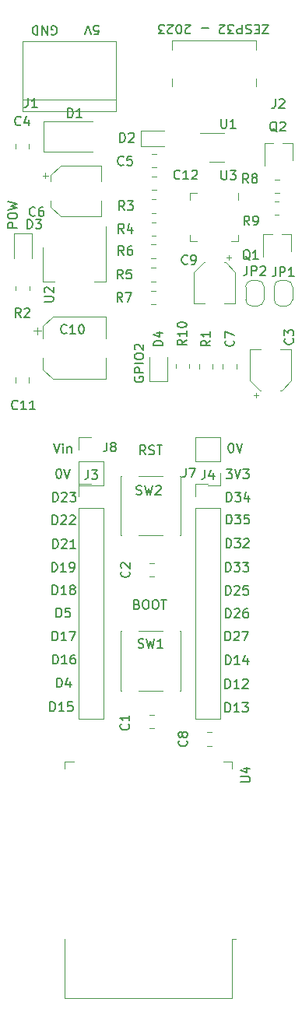
<source format=gbr>
%TF.GenerationSoftware,KiCad,Pcbnew,(6.0.11-0)*%
%TF.CreationDate,2023-10-17T10:34:42+02:00*%
%TF.ProjectId,ZESP32,5a455350-3332-42e6-9b69-6361645f7063,rev?*%
%TF.SameCoordinates,Original*%
%TF.FileFunction,Legend,Top*%
%TF.FilePolarity,Positive*%
%FSLAX46Y46*%
G04 Gerber Fmt 4.6, Leading zero omitted, Abs format (unit mm)*
G04 Created by KiCad (PCBNEW (6.0.11-0)) date 2023-10-17 10:34:42*
%MOMM*%
%LPD*%
G01*
G04 APERTURE LIST*
%ADD10C,0.150000*%
%ADD11C,0.120000*%
G04 APERTURE END LIST*
D10*
X97353380Y-89419380D02*
X97020047Y-88943190D01*
X96781952Y-89419380D02*
X96781952Y-88419380D01*
X97162904Y-88419380D01*
X97258142Y-88467000D01*
X97305761Y-88514619D01*
X97353380Y-88609857D01*
X97353380Y-88752714D01*
X97305761Y-88847952D01*
X97258142Y-88895571D01*
X97162904Y-88943190D01*
X96781952Y-88943190D01*
X97734333Y-89371761D02*
X97877190Y-89419380D01*
X98115285Y-89419380D01*
X98210523Y-89371761D01*
X98258142Y-89324142D01*
X98305761Y-89228904D01*
X98305761Y-89133666D01*
X98258142Y-89038428D01*
X98210523Y-88990809D01*
X98115285Y-88943190D01*
X97924809Y-88895571D01*
X97829571Y-88847952D01*
X97781952Y-88800333D01*
X97734333Y-88705095D01*
X97734333Y-88609857D01*
X97781952Y-88514619D01*
X97829571Y-88467000D01*
X97924809Y-88419380D01*
X98162904Y-88419380D01*
X98305761Y-88467000D01*
X98591476Y-88419380D02*
X99162904Y-88419380D01*
X98877190Y-89419380D02*
X98877190Y-88419380D01*
X96432857Y-105719571D02*
X96575714Y-105767190D01*
X96623333Y-105814809D01*
X96670952Y-105910047D01*
X96670952Y-106052904D01*
X96623333Y-106148142D01*
X96575714Y-106195761D01*
X96480476Y-106243380D01*
X96099523Y-106243380D01*
X96099523Y-105243380D01*
X96432857Y-105243380D01*
X96528095Y-105291000D01*
X96575714Y-105338619D01*
X96623333Y-105433857D01*
X96623333Y-105529095D01*
X96575714Y-105624333D01*
X96528095Y-105671952D01*
X96432857Y-105719571D01*
X96099523Y-105719571D01*
X97290000Y-105243380D02*
X97480476Y-105243380D01*
X97575714Y-105291000D01*
X97670952Y-105386238D01*
X97718571Y-105576714D01*
X97718571Y-105910047D01*
X97670952Y-106100523D01*
X97575714Y-106195761D01*
X97480476Y-106243380D01*
X97290000Y-106243380D01*
X97194761Y-106195761D01*
X97099523Y-106100523D01*
X97051904Y-105910047D01*
X97051904Y-105576714D01*
X97099523Y-105386238D01*
X97194761Y-105291000D01*
X97290000Y-105243380D01*
X98337619Y-105243380D02*
X98528095Y-105243380D01*
X98623333Y-105291000D01*
X98718571Y-105386238D01*
X98766190Y-105576714D01*
X98766190Y-105910047D01*
X98718571Y-106100523D01*
X98623333Y-106195761D01*
X98528095Y-106243380D01*
X98337619Y-106243380D01*
X98242380Y-106195761D01*
X98147142Y-106100523D01*
X98099523Y-105910047D01*
X98099523Y-105576714D01*
X98147142Y-105386238D01*
X98242380Y-105291000D01*
X98337619Y-105243380D01*
X99051904Y-105243380D02*
X99623333Y-105243380D01*
X99337619Y-106243380D02*
X99337619Y-105243380D01*
X87279314Y-112212380D02*
X87279314Y-111212380D01*
X87517409Y-111212380D01*
X87660266Y-111260000D01*
X87755504Y-111355238D01*
X87803123Y-111450476D01*
X87850742Y-111640952D01*
X87850742Y-111783809D01*
X87803123Y-111974285D01*
X87755504Y-112069523D01*
X87660266Y-112164761D01*
X87517409Y-112212380D01*
X87279314Y-112212380D01*
X88803123Y-112212380D02*
X88231695Y-112212380D01*
X88517409Y-112212380D02*
X88517409Y-111212380D01*
X88422171Y-111355238D01*
X88326933Y-111450476D01*
X88231695Y-111498095D01*
X89660266Y-111212380D02*
X89469790Y-111212380D01*
X89374552Y-111260000D01*
X89326933Y-111307619D01*
X89231695Y-111450476D01*
X89184076Y-111640952D01*
X89184076Y-112021904D01*
X89231695Y-112117142D01*
X89279314Y-112164761D01*
X89374552Y-112212380D01*
X89565028Y-112212380D01*
X89660266Y-112164761D01*
X89707885Y-112117142D01*
X89755504Y-112021904D01*
X89755504Y-111783809D01*
X89707885Y-111688571D01*
X89660266Y-111640952D01*
X89565028Y-111593333D01*
X89374552Y-111593333D01*
X89279314Y-111640952D01*
X89231695Y-111688571D01*
X89184076Y-111783809D01*
X106075314Y-112263180D02*
X106075314Y-111263180D01*
X106313409Y-111263180D01*
X106456266Y-111310800D01*
X106551504Y-111406038D01*
X106599123Y-111501276D01*
X106646742Y-111691752D01*
X106646742Y-111834609D01*
X106599123Y-112025085D01*
X106551504Y-112120323D01*
X106456266Y-112215561D01*
X106313409Y-112263180D01*
X106075314Y-112263180D01*
X107599123Y-112263180D02*
X107027695Y-112263180D01*
X107313409Y-112263180D02*
X107313409Y-111263180D01*
X107218171Y-111406038D01*
X107122933Y-111501276D01*
X107027695Y-111548895D01*
X108456266Y-111596514D02*
X108456266Y-112263180D01*
X108218171Y-111215561D02*
X107980076Y-111929847D01*
X108599123Y-111929847D01*
X106075314Y-102153980D02*
X106075314Y-101153980D01*
X106313409Y-101153980D01*
X106456266Y-101201600D01*
X106551504Y-101296838D01*
X106599123Y-101392076D01*
X106646742Y-101582552D01*
X106646742Y-101725409D01*
X106599123Y-101915885D01*
X106551504Y-102011123D01*
X106456266Y-102106361D01*
X106313409Y-102153980D01*
X106075314Y-102153980D01*
X106980076Y-101153980D02*
X107599123Y-101153980D01*
X107265790Y-101534933D01*
X107408647Y-101534933D01*
X107503885Y-101582552D01*
X107551504Y-101630171D01*
X107599123Y-101725409D01*
X107599123Y-101963504D01*
X107551504Y-102058742D01*
X107503885Y-102106361D01*
X107408647Y-102153980D01*
X107122933Y-102153980D01*
X107027695Y-102106361D01*
X106980076Y-102058742D01*
X107932457Y-101153980D02*
X108551504Y-101153980D01*
X108218171Y-101534933D01*
X108361028Y-101534933D01*
X108456266Y-101582552D01*
X108503885Y-101630171D01*
X108551504Y-101725409D01*
X108551504Y-101963504D01*
X108503885Y-102058742D01*
X108456266Y-102106361D01*
X108361028Y-102153980D01*
X108075314Y-102153980D01*
X107980076Y-102106361D01*
X107932457Y-102058742D01*
X87177714Y-102153980D02*
X87177714Y-101153980D01*
X87415809Y-101153980D01*
X87558666Y-101201600D01*
X87653904Y-101296838D01*
X87701523Y-101392076D01*
X87749142Y-101582552D01*
X87749142Y-101725409D01*
X87701523Y-101915885D01*
X87653904Y-102011123D01*
X87558666Y-102106361D01*
X87415809Y-102153980D01*
X87177714Y-102153980D01*
X88701523Y-102153980D02*
X88130095Y-102153980D01*
X88415809Y-102153980D02*
X88415809Y-101153980D01*
X88320571Y-101296838D01*
X88225333Y-101392076D01*
X88130095Y-101439695D01*
X89177714Y-102153980D02*
X89368190Y-102153980D01*
X89463428Y-102106361D01*
X89511047Y-102058742D01*
X89606285Y-101915885D01*
X89653904Y-101725409D01*
X89653904Y-101344457D01*
X89606285Y-101249219D01*
X89558666Y-101201600D01*
X89463428Y-101153980D01*
X89272952Y-101153980D01*
X89177714Y-101201600D01*
X89130095Y-101249219D01*
X89082476Y-101344457D01*
X89082476Y-101582552D01*
X89130095Y-101677790D01*
X89177714Y-101725409D01*
X89272952Y-101773028D01*
X89463428Y-101773028D01*
X89558666Y-101725409D01*
X89606285Y-101677790D01*
X89653904Y-101582552D01*
X87228514Y-97023180D02*
X87228514Y-96023180D01*
X87466609Y-96023180D01*
X87609466Y-96070800D01*
X87704704Y-96166038D01*
X87752323Y-96261276D01*
X87799942Y-96451752D01*
X87799942Y-96594609D01*
X87752323Y-96785085D01*
X87704704Y-96880323D01*
X87609466Y-96975561D01*
X87466609Y-97023180D01*
X87228514Y-97023180D01*
X88180895Y-96118419D02*
X88228514Y-96070800D01*
X88323752Y-96023180D01*
X88561847Y-96023180D01*
X88657085Y-96070800D01*
X88704704Y-96118419D01*
X88752323Y-96213657D01*
X88752323Y-96308895D01*
X88704704Y-96451752D01*
X88133276Y-97023180D01*
X88752323Y-97023180D01*
X89133276Y-96118419D02*
X89180895Y-96070800D01*
X89276133Y-96023180D01*
X89514228Y-96023180D01*
X89609466Y-96070800D01*
X89657085Y-96118419D01*
X89704704Y-96213657D01*
X89704704Y-96308895D01*
X89657085Y-96451752D01*
X89085657Y-97023180D01*
X89704704Y-97023180D01*
X87865009Y-90993980D02*
X87960247Y-90993980D01*
X88055485Y-91041600D01*
X88103104Y-91089219D01*
X88150723Y-91184457D01*
X88198342Y-91374933D01*
X88198342Y-91613028D01*
X88150723Y-91803504D01*
X88103104Y-91898742D01*
X88055485Y-91946361D01*
X87960247Y-91993980D01*
X87865009Y-91993980D01*
X87769771Y-91946361D01*
X87722152Y-91898742D01*
X87674533Y-91803504D01*
X87626914Y-91613028D01*
X87626914Y-91374933D01*
X87674533Y-91184457D01*
X87722152Y-91089219D01*
X87769771Y-91041600D01*
X87865009Y-90993980D01*
X88484057Y-90993980D02*
X88817390Y-91993980D01*
X89150723Y-90993980D01*
X87142304Y-43710400D02*
X87237542Y-43758019D01*
X87380400Y-43758019D01*
X87523257Y-43710400D01*
X87618495Y-43615161D01*
X87666114Y-43519923D01*
X87713733Y-43329447D01*
X87713733Y-43186590D01*
X87666114Y-42996114D01*
X87618495Y-42900876D01*
X87523257Y-42805638D01*
X87380400Y-42758019D01*
X87285161Y-42758019D01*
X87142304Y-42805638D01*
X87094685Y-42853257D01*
X87094685Y-43186590D01*
X87285161Y-43186590D01*
X86666114Y-42758019D02*
X86666114Y-43758019D01*
X86094685Y-42758019D01*
X86094685Y-43758019D01*
X85618495Y-42758019D02*
X85618495Y-43758019D01*
X85380400Y-43758019D01*
X85237542Y-43710400D01*
X85142304Y-43615161D01*
X85094685Y-43519923D01*
X85047066Y-43329447D01*
X85047066Y-43186590D01*
X85094685Y-42996114D01*
X85142304Y-42900876D01*
X85237542Y-42805638D01*
X85380400Y-42758019D01*
X85618495Y-42758019D01*
X87279314Y-99613980D02*
X87279314Y-98613980D01*
X87517409Y-98613980D01*
X87660266Y-98661600D01*
X87755504Y-98756838D01*
X87803123Y-98852076D01*
X87850742Y-99042552D01*
X87850742Y-99185409D01*
X87803123Y-99375885D01*
X87755504Y-99471123D01*
X87660266Y-99566361D01*
X87517409Y-99613980D01*
X87279314Y-99613980D01*
X88231695Y-98709219D02*
X88279314Y-98661600D01*
X88374552Y-98613980D01*
X88612647Y-98613980D01*
X88707885Y-98661600D01*
X88755504Y-98709219D01*
X88803123Y-98804457D01*
X88803123Y-98899695D01*
X88755504Y-99042552D01*
X88184076Y-99613980D01*
X88803123Y-99613980D01*
X89755504Y-99613980D02*
X89184076Y-99613980D01*
X89469790Y-99613980D02*
X89469790Y-98613980D01*
X89374552Y-98756838D01*
X89279314Y-98852076D01*
X89184076Y-98899695D01*
X106024514Y-117444780D02*
X106024514Y-116444780D01*
X106262609Y-116444780D01*
X106405466Y-116492400D01*
X106500704Y-116587638D01*
X106548323Y-116682876D01*
X106595942Y-116873352D01*
X106595942Y-117016209D01*
X106548323Y-117206685D01*
X106500704Y-117301923D01*
X106405466Y-117397161D01*
X106262609Y-117444780D01*
X106024514Y-117444780D01*
X107548323Y-117444780D02*
X106976895Y-117444780D01*
X107262609Y-117444780D02*
X107262609Y-116444780D01*
X107167371Y-116587638D01*
X107072133Y-116682876D01*
X106976895Y-116730495D01*
X107881657Y-116444780D02*
X108500704Y-116444780D01*
X108167371Y-116825733D01*
X108310228Y-116825733D01*
X108405466Y-116873352D01*
X108453085Y-116920971D01*
X108500704Y-117016209D01*
X108500704Y-117254304D01*
X108453085Y-117349542D01*
X108405466Y-117397161D01*
X108310228Y-117444780D01*
X108024514Y-117444780D01*
X107929276Y-117397161D01*
X107881657Y-117349542D01*
X106075314Y-104693980D02*
X106075314Y-103693980D01*
X106313409Y-103693980D01*
X106456266Y-103741600D01*
X106551504Y-103836838D01*
X106599123Y-103932076D01*
X106646742Y-104122552D01*
X106646742Y-104265409D01*
X106599123Y-104455885D01*
X106551504Y-104551123D01*
X106456266Y-104646361D01*
X106313409Y-104693980D01*
X106075314Y-104693980D01*
X107027695Y-103789219D02*
X107075314Y-103741600D01*
X107170552Y-103693980D01*
X107408647Y-103693980D01*
X107503885Y-103741600D01*
X107551504Y-103789219D01*
X107599123Y-103884457D01*
X107599123Y-103979695D01*
X107551504Y-104122552D01*
X106980076Y-104693980D01*
X107599123Y-104693980D01*
X108503885Y-103693980D02*
X108027695Y-103693980D01*
X107980076Y-104170171D01*
X108027695Y-104122552D01*
X108122933Y-104074933D01*
X108361028Y-104074933D01*
X108456266Y-104122552D01*
X108503885Y-104170171D01*
X108551504Y-104265409D01*
X108551504Y-104503504D01*
X108503885Y-104598742D01*
X108456266Y-104646361D01*
X108361028Y-104693980D01*
X108122933Y-104693980D01*
X108027695Y-104646361D01*
X107980076Y-104598742D01*
X110749600Y-43626019D02*
X110082933Y-43626019D01*
X110749600Y-42626019D01*
X110082933Y-42626019D01*
X109701980Y-43149828D02*
X109368647Y-43149828D01*
X109225790Y-42626019D02*
X109701980Y-42626019D01*
X109701980Y-43626019D01*
X109225790Y-43626019D01*
X108844838Y-42673638D02*
X108701980Y-42626019D01*
X108463885Y-42626019D01*
X108368647Y-42673638D01*
X108321028Y-42721257D01*
X108273409Y-42816495D01*
X108273409Y-42911733D01*
X108321028Y-43006971D01*
X108368647Y-43054590D01*
X108463885Y-43102209D01*
X108654361Y-43149828D01*
X108749600Y-43197447D01*
X108797219Y-43245066D01*
X108844838Y-43340304D01*
X108844838Y-43435542D01*
X108797219Y-43530780D01*
X108749600Y-43578400D01*
X108654361Y-43626019D01*
X108416266Y-43626019D01*
X108273409Y-43578400D01*
X107844838Y-42626019D02*
X107844838Y-43626019D01*
X107463885Y-43626019D01*
X107368647Y-43578400D01*
X107321028Y-43530780D01*
X107273409Y-43435542D01*
X107273409Y-43292685D01*
X107321028Y-43197447D01*
X107368647Y-43149828D01*
X107463885Y-43102209D01*
X107844838Y-43102209D01*
X106940076Y-43626019D02*
X106321028Y-43626019D01*
X106654361Y-43245066D01*
X106511504Y-43245066D01*
X106416266Y-43197447D01*
X106368647Y-43149828D01*
X106321028Y-43054590D01*
X106321028Y-42816495D01*
X106368647Y-42721257D01*
X106416266Y-42673638D01*
X106511504Y-42626019D01*
X106797219Y-42626019D01*
X106892457Y-42673638D01*
X106940076Y-42721257D01*
X105940076Y-43530780D02*
X105892457Y-43578400D01*
X105797219Y-43626019D01*
X105559123Y-43626019D01*
X105463885Y-43578400D01*
X105416266Y-43530780D01*
X105368647Y-43435542D01*
X105368647Y-43340304D01*
X105416266Y-43197447D01*
X105987695Y-42626019D01*
X105368647Y-42626019D01*
X104178171Y-43006971D02*
X103416266Y-43006971D01*
X102225790Y-43530780D02*
X102178171Y-43578400D01*
X102082933Y-43626019D01*
X101844838Y-43626019D01*
X101749600Y-43578400D01*
X101701980Y-43530780D01*
X101654361Y-43435542D01*
X101654361Y-43340304D01*
X101701980Y-43197447D01*
X102273409Y-42626019D01*
X101654361Y-42626019D01*
X101035314Y-43626019D02*
X100940076Y-43626019D01*
X100844838Y-43578400D01*
X100797219Y-43530780D01*
X100749600Y-43435542D01*
X100701980Y-43245066D01*
X100701980Y-43006971D01*
X100749600Y-42816495D01*
X100797219Y-42721257D01*
X100844838Y-42673638D01*
X100940076Y-42626019D01*
X101035314Y-42626019D01*
X101130552Y-42673638D01*
X101178171Y-42721257D01*
X101225790Y-42816495D01*
X101273409Y-43006971D01*
X101273409Y-43245066D01*
X101225790Y-43435542D01*
X101178171Y-43530780D01*
X101130552Y-43578400D01*
X101035314Y-43626019D01*
X100321028Y-43530780D02*
X100273409Y-43578400D01*
X100178171Y-43626019D01*
X99940076Y-43626019D01*
X99844838Y-43578400D01*
X99797219Y-43530780D01*
X99749600Y-43435542D01*
X99749600Y-43340304D01*
X99797219Y-43197447D01*
X100368647Y-42626019D01*
X99749600Y-42626019D01*
X99416266Y-43626019D02*
X98797219Y-43626019D01*
X99130552Y-43245066D01*
X98987695Y-43245066D01*
X98892457Y-43197447D01*
X98844838Y-43149828D01*
X98797219Y-43054590D01*
X98797219Y-42816495D01*
X98844838Y-42721257D01*
X98892457Y-42673638D01*
X98987695Y-42626019D01*
X99273409Y-42626019D01*
X99368647Y-42673638D01*
X99416266Y-42721257D01*
X106075314Y-107183180D02*
X106075314Y-106183180D01*
X106313409Y-106183180D01*
X106456266Y-106230800D01*
X106551504Y-106326038D01*
X106599123Y-106421276D01*
X106646742Y-106611752D01*
X106646742Y-106754609D01*
X106599123Y-106945085D01*
X106551504Y-107040323D01*
X106456266Y-107135561D01*
X106313409Y-107183180D01*
X106075314Y-107183180D01*
X107027695Y-106278419D02*
X107075314Y-106230800D01*
X107170552Y-106183180D01*
X107408647Y-106183180D01*
X107503885Y-106230800D01*
X107551504Y-106278419D01*
X107599123Y-106373657D01*
X107599123Y-106468895D01*
X107551504Y-106611752D01*
X106980076Y-107183180D01*
X107599123Y-107183180D01*
X108456266Y-106183180D02*
X108265790Y-106183180D01*
X108170552Y-106230800D01*
X108122933Y-106278419D01*
X108027695Y-106421276D01*
X107980076Y-106611752D01*
X107980076Y-106992704D01*
X108027695Y-107087942D01*
X108075314Y-107135561D01*
X108170552Y-107183180D01*
X108361028Y-107183180D01*
X108456266Y-107135561D01*
X108503885Y-107087942D01*
X108551504Y-106992704D01*
X108551504Y-106754609D01*
X108503885Y-106659371D01*
X108456266Y-106611752D01*
X108361028Y-106564133D01*
X108170552Y-106564133D01*
X108075314Y-106611752D01*
X108027695Y-106659371D01*
X107980076Y-106754609D01*
X106024514Y-109672380D02*
X106024514Y-108672380D01*
X106262609Y-108672380D01*
X106405466Y-108720000D01*
X106500704Y-108815238D01*
X106548323Y-108910476D01*
X106595942Y-109100952D01*
X106595942Y-109243809D01*
X106548323Y-109434285D01*
X106500704Y-109529523D01*
X106405466Y-109624761D01*
X106262609Y-109672380D01*
X106024514Y-109672380D01*
X106976895Y-108767619D02*
X107024514Y-108720000D01*
X107119752Y-108672380D01*
X107357847Y-108672380D01*
X107453085Y-108720000D01*
X107500704Y-108767619D01*
X107548323Y-108862857D01*
X107548323Y-108958095D01*
X107500704Y-109100952D01*
X106929276Y-109672380D01*
X107548323Y-109672380D01*
X107881657Y-108672380D02*
X108548323Y-108672380D01*
X108119752Y-109672380D01*
X87228514Y-104643180D02*
X87228514Y-103643180D01*
X87466609Y-103643180D01*
X87609466Y-103690800D01*
X87704704Y-103786038D01*
X87752323Y-103881276D01*
X87799942Y-104071752D01*
X87799942Y-104214609D01*
X87752323Y-104405085D01*
X87704704Y-104500323D01*
X87609466Y-104595561D01*
X87466609Y-104643180D01*
X87228514Y-104643180D01*
X88752323Y-104643180D02*
X88180895Y-104643180D01*
X88466609Y-104643180D02*
X88466609Y-103643180D01*
X88371371Y-103786038D01*
X88276133Y-103881276D01*
X88180895Y-103928895D01*
X89323752Y-104071752D02*
X89228514Y-104024133D01*
X89180895Y-103976514D01*
X89133276Y-103881276D01*
X89133276Y-103833657D01*
X89180895Y-103738419D01*
X89228514Y-103690800D01*
X89323752Y-103643180D01*
X89514228Y-103643180D01*
X89609466Y-103690800D01*
X89657085Y-103738419D01*
X89704704Y-103833657D01*
X89704704Y-103881276D01*
X89657085Y-103976514D01*
X89609466Y-104024133D01*
X89514228Y-104071752D01*
X89323752Y-104071752D01*
X89228514Y-104119371D01*
X89180895Y-104166990D01*
X89133276Y-104262228D01*
X89133276Y-104452704D01*
X89180895Y-104547942D01*
X89228514Y-104595561D01*
X89323752Y-104643180D01*
X89514228Y-104643180D01*
X89609466Y-104595561D01*
X89657085Y-104547942D01*
X89704704Y-104452704D01*
X89704704Y-104262228D01*
X89657085Y-104166990D01*
X89609466Y-104119371D01*
X89514228Y-104071752D01*
X106610209Y-88199980D02*
X106705447Y-88199980D01*
X106800685Y-88247600D01*
X106848304Y-88295219D01*
X106895923Y-88390457D01*
X106943542Y-88580933D01*
X106943542Y-88819028D01*
X106895923Y-89009504D01*
X106848304Y-89104742D01*
X106800685Y-89152361D01*
X106705447Y-89199980D01*
X106610209Y-89199980D01*
X106514971Y-89152361D01*
X106467352Y-89104742D01*
X106419733Y-89009504D01*
X106372114Y-88819028D01*
X106372114Y-88580933D01*
X106419733Y-88390457D01*
X106467352Y-88295219D01*
X106514971Y-88247600D01*
X106610209Y-88199980D01*
X107229257Y-88199980D02*
X107562590Y-89199980D01*
X107895923Y-88199980D01*
X106176914Y-94533980D02*
X106176914Y-93533980D01*
X106415009Y-93533980D01*
X106557866Y-93581600D01*
X106653104Y-93676838D01*
X106700723Y-93772076D01*
X106748342Y-93962552D01*
X106748342Y-94105409D01*
X106700723Y-94295885D01*
X106653104Y-94391123D01*
X106557866Y-94486361D01*
X106415009Y-94533980D01*
X106176914Y-94533980D01*
X107081676Y-93533980D02*
X107700723Y-93533980D01*
X107367390Y-93914933D01*
X107510247Y-93914933D01*
X107605485Y-93962552D01*
X107653104Y-94010171D01*
X107700723Y-94105409D01*
X107700723Y-94343504D01*
X107653104Y-94438742D01*
X107605485Y-94486361D01*
X107510247Y-94533980D01*
X107224533Y-94533980D01*
X107129295Y-94486361D01*
X107081676Y-94438742D01*
X108557866Y-93867314D02*
X108557866Y-94533980D01*
X108319771Y-93486361D02*
X108081676Y-94200647D01*
X108700723Y-94200647D01*
X106126114Y-99563180D02*
X106126114Y-98563180D01*
X106364209Y-98563180D01*
X106507066Y-98610800D01*
X106602304Y-98706038D01*
X106649923Y-98801276D01*
X106697542Y-98991752D01*
X106697542Y-99134609D01*
X106649923Y-99325085D01*
X106602304Y-99420323D01*
X106507066Y-99515561D01*
X106364209Y-99563180D01*
X106126114Y-99563180D01*
X107030876Y-98563180D02*
X107649923Y-98563180D01*
X107316590Y-98944133D01*
X107459447Y-98944133D01*
X107554685Y-98991752D01*
X107602304Y-99039371D01*
X107649923Y-99134609D01*
X107649923Y-99372704D01*
X107602304Y-99467942D01*
X107554685Y-99515561D01*
X107459447Y-99563180D01*
X107173733Y-99563180D01*
X107078495Y-99515561D01*
X107030876Y-99467942D01*
X108030876Y-98658419D02*
X108078495Y-98610800D01*
X108173733Y-98563180D01*
X108411828Y-98563180D01*
X108507066Y-98610800D01*
X108554685Y-98658419D01*
X108602304Y-98753657D01*
X108602304Y-98848895D01*
X108554685Y-98991752D01*
X107983257Y-99563180D01*
X108602304Y-99563180D01*
X106176914Y-96972380D02*
X106176914Y-95972380D01*
X106415009Y-95972380D01*
X106557866Y-96020000D01*
X106653104Y-96115238D01*
X106700723Y-96210476D01*
X106748342Y-96400952D01*
X106748342Y-96543809D01*
X106700723Y-96734285D01*
X106653104Y-96829523D01*
X106557866Y-96924761D01*
X106415009Y-96972380D01*
X106176914Y-96972380D01*
X107081676Y-95972380D02*
X107700723Y-95972380D01*
X107367390Y-96353333D01*
X107510247Y-96353333D01*
X107605485Y-96400952D01*
X107653104Y-96448571D01*
X107700723Y-96543809D01*
X107700723Y-96781904D01*
X107653104Y-96877142D01*
X107605485Y-96924761D01*
X107510247Y-96972380D01*
X107224533Y-96972380D01*
X107129295Y-96924761D01*
X107081676Y-96877142D01*
X108605485Y-95972380D02*
X108129295Y-95972380D01*
X108081676Y-96448571D01*
X108129295Y-96400952D01*
X108224533Y-96353333D01*
X108462628Y-96353333D01*
X108557866Y-96400952D01*
X108605485Y-96448571D01*
X108653104Y-96543809D01*
X108653104Y-96781904D01*
X108605485Y-96877142D01*
X108557866Y-96924761D01*
X108462628Y-96972380D01*
X108224533Y-96972380D01*
X108129295Y-96924761D01*
X108081676Y-96877142D01*
X96192800Y-80957790D02*
X96145180Y-81053028D01*
X96145180Y-81195885D01*
X96192800Y-81338742D01*
X96288038Y-81433980D01*
X96383276Y-81481600D01*
X96573752Y-81529219D01*
X96716609Y-81529219D01*
X96907085Y-81481600D01*
X97002323Y-81433980D01*
X97097561Y-81338742D01*
X97145180Y-81195885D01*
X97145180Y-81100647D01*
X97097561Y-80957790D01*
X97049942Y-80910171D01*
X96716609Y-80910171D01*
X96716609Y-81100647D01*
X97145180Y-80481600D02*
X96145180Y-80481600D01*
X96145180Y-80100647D01*
X96192800Y-80005409D01*
X96240419Y-79957790D01*
X96335657Y-79910171D01*
X96478514Y-79910171D01*
X96573752Y-79957790D01*
X96621371Y-80005409D01*
X96668990Y-80100647D01*
X96668990Y-80481600D01*
X97145180Y-79481600D02*
X96145180Y-79481600D01*
X96145180Y-78814933D02*
X96145180Y-78624457D01*
X96192800Y-78529219D01*
X96288038Y-78433980D01*
X96478514Y-78386361D01*
X96811847Y-78386361D01*
X97002323Y-78433980D01*
X97097561Y-78529219D01*
X97145180Y-78624457D01*
X97145180Y-78814933D01*
X97097561Y-78910171D01*
X97002323Y-79005409D01*
X96811847Y-79053028D01*
X96478514Y-79053028D01*
X96288038Y-79005409D01*
X96192800Y-78910171D01*
X96145180Y-78814933D01*
X96240419Y-78005409D02*
X96192800Y-77957790D01*
X96145180Y-77862552D01*
X96145180Y-77624457D01*
X96192800Y-77529219D01*
X96240419Y-77481600D01*
X96335657Y-77433980D01*
X96430895Y-77433980D01*
X96573752Y-77481600D01*
X97145180Y-78053028D01*
X97145180Y-77433980D01*
X87228514Y-109672380D02*
X87228514Y-108672380D01*
X87466609Y-108672380D01*
X87609466Y-108720000D01*
X87704704Y-108815238D01*
X87752323Y-108910476D01*
X87799942Y-109100952D01*
X87799942Y-109243809D01*
X87752323Y-109434285D01*
X87704704Y-109529523D01*
X87609466Y-109624761D01*
X87466609Y-109672380D01*
X87228514Y-109672380D01*
X88752323Y-109672380D02*
X88180895Y-109672380D01*
X88466609Y-109672380D02*
X88466609Y-108672380D01*
X88371371Y-108815238D01*
X88276133Y-108910476D01*
X88180895Y-108958095D01*
X89085657Y-108672380D02*
X89752323Y-108672380D01*
X89323752Y-109672380D01*
X106153104Y-91044780D02*
X106772152Y-91044780D01*
X106438819Y-91425733D01*
X106581676Y-91425733D01*
X106676914Y-91473352D01*
X106724533Y-91520971D01*
X106772152Y-91616209D01*
X106772152Y-91854304D01*
X106724533Y-91949542D01*
X106676914Y-91997161D01*
X106581676Y-92044780D01*
X106295961Y-92044780D01*
X106200723Y-91997161D01*
X106153104Y-91949542D01*
X107057866Y-91044780D02*
X107391200Y-92044780D01*
X107724533Y-91044780D01*
X107962628Y-91044780D02*
X108581676Y-91044780D01*
X108248342Y-91425733D01*
X108391200Y-91425733D01*
X108486438Y-91473352D01*
X108534057Y-91520971D01*
X108581676Y-91616209D01*
X108581676Y-91854304D01*
X108534057Y-91949542D01*
X108486438Y-91997161D01*
X108391200Y-92044780D01*
X108105485Y-92044780D01*
X108010247Y-91997161D01*
X107962628Y-91949542D01*
X87653904Y-107132380D02*
X87653904Y-106132380D01*
X87892000Y-106132380D01*
X88034857Y-106180000D01*
X88130095Y-106275238D01*
X88177714Y-106370476D01*
X88225333Y-106560952D01*
X88225333Y-106703809D01*
X88177714Y-106894285D01*
X88130095Y-106989523D01*
X88034857Y-107084761D01*
X87892000Y-107132380D01*
X87653904Y-107132380D01*
X89130095Y-106132380D02*
X88653904Y-106132380D01*
X88606285Y-106608571D01*
X88653904Y-106560952D01*
X88749142Y-106513333D01*
X88987238Y-106513333D01*
X89082476Y-106560952D01*
X89130095Y-106608571D01*
X89177714Y-106703809D01*
X89177714Y-106941904D01*
X89130095Y-107037142D01*
X89082476Y-107084761D01*
X88987238Y-107132380D01*
X88749142Y-107132380D01*
X88653904Y-107084761D01*
X88606285Y-107037142D01*
X87368190Y-88250780D02*
X87701523Y-89250780D01*
X88034857Y-88250780D01*
X88368190Y-89250780D02*
X88368190Y-88584114D01*
X88368190Y-88250780D02*
X88320571Y-88298400D01*
X88368190Y-88346019D01*
X88415809Y-88298400D01*
X88368190Y-88250780D01*
X88368190Y-88346019D01*
X88844380Y-88584114D02*
X88844380Y-89250780D01*
X88844380Y-88679352D02*
X88892000Y-88631733D01*
X88987238Y-88584114D01*
X89130095Y-88584114D01*
X89225333Y-88631733D01*
X89272952Y-88726971D01*
X89272952Y-89250780D01*
X91752476Y-43707219D02*
X92228666Y-43707219D01*
X92276285Y-43231028D01*
X92228666Y-43278647D01*
X92133428Y-43326266D01*
X91895333Y-43326266D01*
X91800095Y-43278647D01*
X91752476Y-43231028D01*
X91704857Y-43135790D01*
X91704857Y-42897695D01*
X91752476Y-42802457D01*
X91800095Y-42754838D01*
X91895333Y-42707219D01*
X92133428Y-42707219D01*
X92228666Y-42754838D01*
X92276285Y-42802457D01*
X91419142Y-43707219D02*
X91085809Y-42707219D01*
X90752476Y-43707219D01*
X87279314Y-94533980D02*
X87279314Y-93533980D01*
X87517409Y-93533980D01*
X87660266Y-93581600D01*
X87755504Y-93676838D01*
X87803123Y-93772076D01*
X87850742Y-93962552D01*
X87850742Y-94105409D01*
X87803123Y-94295885D01*
X87755504Y-94391123D01*
X87660266Y-94486361D01*
X87517409Y-94533980D01*
X87279314Y-94533980D01*
X88231695Y-93629219D02*
X88279314Y-93581600D01*
X88374552Y-93533980D01*
X88612647Y-93533980D01*
X88707885Y-93581600D01*
X88755504Y-93629219D01*
X88803123Y-93724457D01*
X88803123Y-93819695D01*
X88755504Y-93962552D01*
X88184076Y-94533980D01*
X88803123Y-94533980D01*
X89136457Y-93533980D02*
X89755504Y-93533980D01*
X89422171Y-93914933D01*
X89565028Y-93914933D01*
X89660266Y-93962552D01*
X89707885Y-94010171D01*
X89755504Y-94105409D01*
X89755504Y-94343504D01*
X89707885Y-94438742D01*
X89660266Y-94486361D01*
X89565028Y-94533980D01*
X89279314Y-94533980D01*
X89184076Y-94486361D01*
X89136457Y-94438742D01*
X83383380Y-64730142D02*
X82383380Y-64730142D01*
X82383380Y-64349190D01*
X82431000Y-64253952D01*
X82478619Y-64206333D01*
X82573857Y-64158714D01*
X82716714Y-64158714D01*
X82811952Y-64206333D01*
X82859571Y-64253952D01*
X82907190Y-64349190D01*
X82907190Y-64730142D01*
X82383380Y-63539666D02*
X82383380Y-63349190D01*
X82431000Y-63253952D01*
X82526238Y-63158714D01*
X82716714Y-63111095D01*
X83050047Y-63111095D01*
X83240523Y-63158714D01*
X83335761Y-63253952D01*
X83383380Y-63349190D01*
X83383380Y-63539666D01*
X83335761Y-63634904D01*
X83240523Y-63730142D01*
X83050047Y-63777761D01*
X82716714Y-63777761D01*
X82526238Y-63730142D01*
X82431000Y-63634904D01*
X82383380Y-63539666D01*
X82383380Y-62777761D02*
X83383380Y-62539666D01*
X82669095Y-62349190D01*
X83383380Y-62158714D01*
X82383380Y-61920619D01*
X106024514Y-114853980D02*
X106024514Y-113853980D01*
X106262609Y-113853980D01*
X106405466Y-113901600D01*
X106500704Y-113996838D01*
X106548323Y-114092076D01*
X106595942Y-114282552D01*
X106595942Y-114425409D01*
X106548323Y-114615885D01*
X106500704Y-114711123D01*
X106405466Y-114806361D01*
X106262609Y-114853980D01*
X106024514Y-114853980D01*
X107548323Y-114853980D02*
X106976895Y-114853980D01*
X107262609Y-114853980D02*
X107262609Y-113853980D01*
X107167371Y-113996838D01*
X107072133Y-114092076D01*
X106976895Y-114139695D01*
X107929276Y-113949219D02*
X107976895Y-113901600D01*
X108072133Y-113853980D01*
X108310228Y-113853980D01*
X108405466Y-113901600D01*
X108453085Y-113949219D01*
X108500704Y-114044457D01*
X108500704Y-114139695D01*
X108453085Y-114282552D01*
X107881657Y-114853980D01*
X108500704Y-114853980D01*
X87704704Y-114752380D02*
X87704704Y-113752380D01*
X87942800Y-113752380D01*
X88085657Y-113800000D01*
X88180895Y-113895238D01*
X88228514Y-113990476D01*
X88276133Y-114180952D01*
X88276133Y-114323809D01*
X88228514Y-114514285D01*
X88180895Y-114609523D01*
X88085657Y-114704761D01*
X87942800Y-114752380D01*
X87704704Y-114752380D01*
X89133276Y-114085714D02*
X89133276Y-114752380D01*
X88895180Y-113704761D02*
X88657085Y-114419047D01*
X89276133Y-114419047D01*
X86974514Y-117343180D02*
X86974514Y-116343180D01*
X87212609Y-116343180D01*
X87355466Y-116390800D01*
X87450704Y-116486038D01*
X87498323Y-116581276D01*
X87545942Y-116771752D01*
X87545942Y-116914609D01*
X87498323Y-117105085D01*
X87450704Y-117200323D01*
X87355466Y-117295561D01*
X87212609Y-117343180D01*
X86974514Y-117343180D01*
X88498323Y-117343180D02*
X87926895Y-117343180D01*
X88212609Y-117343180D02*
X88212609Y-116343180D01*
X88117371Y-116486038D01*
X88022133Y-116581276D01*
X87926895Y-116628895D01*
X89403085Y-116343180D02*
X88926895Y-116343180D01*
X88879276Y-116819371D01*
X88926895Y-116771752D01*
X89022133Y-116724133D01*
X89260228Y-116724133D01*
X89355466Y-116771752D01*
X89403085Y-116819371D01*
X89450704Y-116914609D01*
X89450704Y-117152704D01*
X89403085Y-117247942D01*
X89355466Y-117295561D01*
X89260228Y-117343180D01*
X89022133Y-117343180D01*
X88926895Y-117295561D01*
X88879276Y-117247942D01*
%TO.C,J8*%
X93138666Y-88098380D02*
X93138666Y-88812666D01*
X93091047Y-88955523D01*
X92995809Y-89050761D01*
X92852952Y-89098380D01*
X92757714Y-89098380D01*
X93757714Y-88526952D02*
X93662476Y-88479333D01*
X93614857Y-88431714D01*
X93567238Y-88336476D01*
X93567238Y-88288857D01*
X93614857Y-88193619D01*
X93662476Y-88146000D01*
X93757714Y-88098380D01*
X93948190Y-88098380D01*
X94043428Y-88146000D01*
X94091047Y-88193619D01*
X94138666Y-88288857D01*
X94138666Y-88336476D01*
X94091047Y-88431714D01*
X94043428Y-88479333D01*
X93948190Y-88526952D01*
X93757714Y-88526952D01*
X93662476Y-88574571D01*
X93614857Y-88622190D01*
X93567238Y-88717428D01*
X93567238Y-88907904D01*
X93614857Y-89003142D01*
X93662476Y-89050761D01*
X93757714Y-89098380D01*
X93948190Y-89098380D01*
X94043428Y-89050761D01*
X94091047Y-89003142D01*
X94138666Y-88907904D01*
X94138666Y-88717428D01*
X94091047Y-88622190D01*
X94043428Y-88574571D01*
X93948190Y-88526952D01*
%TO.C,SW1*%
X96567666Y-110412161D02*
X96710523Y-110459780D01*
X96948619Y-110459780D01*
X97043857Y-110412161D01*
X97091476Y-110364542D01*
X97139095Y-110269304D01*
X97139095Y-110174066D01*
X97091476Y-110078828D01*
X97043857Y-110031209D01*
X96948619Y-109983590D01*
X96758142Y-109935971D01*
X96662904Y-109888352D01*
X96615285Y-109840733D01*
X96567666Y-109745495D01*
X96567666Y-109650257D01*
X96615285Y-109555019D01*
X96662904Y-109507400D01*
X96758142Y-109459780D01*
X96996238Y-109459780D01*
X97139095Y-109507400D01*
X97472428Y-109459780D02*
X97710523Y-110459780D01*
X97901000Y-109745495D01*
X98091476Y-110459780D01*
X98329571Y-109459780D01*
X99234333Y-110459780D02*
X98662904Y-110459780D01*
X98948619Y-110459780D02*
X98948619Y-109459780D01*
X98853380Y-109602638D01*
X98758142Y-109697876D01*
X98662904Y-109745495D01*
%TO.C,JP2*%
X108407066Y-68926380D02*
X108407066Y-69640666D01*
X108359447Y-69783523D01*
X108264209Y-69878761D01*
X108121352Y-69926380D01*
X108026114Y-69926380D01*
X108883257Y-69926380D02*
X108883257Y-68926380D01*
X109264209Y-68926380D01*
X109359447Y-68974000D01*
X109407066Y-69021619D01*
X109454685Y-69116857D01*
X109454685Y-69259714D01*
X109407066Y-69354952D01*
X109359447Y-69402571D01*
X109264209Y-69450190D01*
X108883257Y-69450190D01*
X109835638Y-69021619D02*
X109883257Y-68974000D01*
X109978495Y-68926380D01*
X110216590Y-68926380D01*
X110311828Y-68974000D01*
X110359447Y-69021619D01*
X110407066Y-69116857D01*
X110407066Y-69212095D01*
X110359447Y-69354952D01*
X109788019Y-69926380D01*
X110407066Y-69926380D01*
%TO.C,Q1*%
X108718361Y-68264019D02*
X108623123Y-68216400D01*
X108527885Y-68121161D01*
X108385028Y-67978304D01*
X108289790Y-67930685D01*
X108194552Y-67930685D01*
X108242171Y-68168780D02*
X108146933Y-68121161D01*
X108051695Y-68025923D01*
X108004076Y-67835447D01*
X108004076Y-67502114D01*
X108051695Y-67311638D01*
X108146933Y-67216400D01*
X108242171Y-67168780D01*
X108432647Y-67168780D01*
X108527885Y-67216400D01*
X108623123Y-67311638D01*
X108670742Y-67502114D01*
X108670742Y-67835447D01*
X108623123Y-68025923D01*
X108527885Y-68121161D01*
X108432647Y-68168780D01*
X108242171Y-68168780D01*
X109623123Y-68168780D02*
X109051695Y-68168780D01*
X109337409Y-68168780D02*
X109337409Y-67168780D01*
X109242171Y-67311638D01*
X109146933Y-67406876D01*
X109051695Y-67454495D01*
%TO.C,C9*%
X101910933Y-68611942D02*
X101863314Y-68659561D01*
X101720457Y-68707180D01*
X101625219Y-68707180D01*
X101482361Y-68659561D01*
X101387123Y-68564323D01*
X101339504Y-68469085D01*
X101291885Y-68278609D01*
X101291885Y-68135752D01*
X101339504Y-67945276D01*
X101387123Y-67850038D01*
X101482361Y-67754800D01*
X101625219Y-67707180D01*
X101720457Y-67707180D01*
X101863314Y-67754800D01*
X101910933Y-67802419D01*
X102387123Y-68707180D02*
X102577600Y-68707180D01*
X102672838Y-68659561D01*
X102720457Y-68611942D01*
X102815695Y-68469085D01*
X102863314Y-68278609D01*
X102863314Y-67897657D01*
X102815695Y-67802419D01*
X102768076Y-67754800D01*
X102672838Y-67707180D01*
X102482361Y-67707180D01*
X102387123Y-67754800D01*
X102339504Y-67802419D01*
X102291885Y-67897657D01*
X102291885Y-68135752D01*
X102339504Y-68230990D01*
X102387123Y-68278609D01*
X102482361Y-68326228D01*
X102672838Y-68326228D01*
X102768076Y-68278609D01*
X102815695Y-68230990D01*
X102863314Y-68135752D01*
%TO.C,R8*%
X108545333Y-59862980D02*
X108212000Y-59386790D01*
X107973904Y-59862980D02*
X107973904Y-58862980D01*
X108354857Y-58862980D01*
X108450095Y-58910600D01*
X108497714Y-58958219D01*
X108545333Y-59053457D01*
X108545333Y-59196314D01*
X108497714Y-59291552D01*
X108450095Y-59339171D01*
X108354857Y-59386790D01*
X107973904Y-59386790D01*
X109116761Y-59291552D02*
X109021523Y-59243933D01*
X108973904Y-59196314D01*
X108926285Y-59101076D01*
X108926285Y-59053457D01*
X108973904Y-58958219D01*
X109021523Y-58910600D01*
X109116761Y-58862980D01*
X109307238Y-58862980D01*
X109402476Y-58910600D01*
X109450095Y-58958219D01*
X109497714Y-59053457D01*
X109497714Y-59101076D01*
X109450095Y-59196314D01*
X109402476Y-59243933D01*
X109307238Y-59291552D01*
X109116761Y-59291552D01*
X109021523Y-59339171D01*
X108973904Y-59386790D01*
X108926285Y-59482028D01*
X108926285Y-59672504D01*
X108973904Y-59767742D01*
X109021523Y-59815361D01*
X109116761Y-59862980D01*
X109307238Y-59862980D01*
X109402476Y-59815361D01*
X109450095Y-59767742D01*
X109497714Y-59672504D01*
X109497714Y-59482028D01*
X109450095Y-59386790D01*
X109402476Y-59339171D01*
X109307238Y-59291552D01*
%TO.C,C3*%
X113356742Y-76803466D02*
X113404361Y-76851085D01*
X113451980Y-76993942D01*
X113451980Y-77089180D01*
X113404361Y-77232038D01*
X113309123Y-77327276D01*
X113213885Y-77374895D01*
X113023409Y-77422514D01*
X112880552Y-77422514D01*
X112690076Y-77374895D01*
X112594838Y-77327276D01*
X112499600Y-77232038D01*
X112451980Y-77089180D01*
X112451980Y-76993942D01*
X112499600Y-76851085D01*
X112547219Y-76803466D01*
X112451980Y-76470133D02*
X112451980Y-75851085D01*
X112832933Y-76184419D01*
X112832933Y-76041561D01*
X112880552Y-75946323D01*
X112928171Y-75898704D01*
X113023409Y-75851085D01*
X113261504Y-75851085D01*
X113356742Y-75898704D01*
X113404361Y-75946323D01*
X113451980Y-76041561D01*
X113451980Y-76327276D01*
X113404361Y-76422514D01*
X113356742Y-76470133D01*
%TO.C,C12*%
X101079142Y-59366342D02*
X101031523Y-59413961D01*
X100888666Y-59461580D01*
X100793428Y-59461580D01*
X100650571Y-59413961D01*
X100555333Y-59318723D01*
X100507714Y-59223485D01*
X100460095Y-59033009D01*
X100460095Y-58890152D01*
X100507714Y-58699676D01*
X100555333Y-58604438D01*
X100650571Y-58509200D01*
X100793428Y-58461580D01*
X100888666Y-58461580D01*
X101031523Y-58509200D01*
X101079142Y-58556819D01*
X102031523Y-59461580D02*
X101460095Y-59461580D01*
X101745809Y-59461580D02*
X101745809Y-58461580D01*
X101650571Y-58604438D01*
X101555333Y-58699676D01*
X101460095Y-58747295D01*
X102412476Y-58556819D02*
X102460095Y-58509200D01*
X102555333Y-58461580D01*
X102793428Y-58461580D01*
X102888666Y-58509200D01*
X102936285Y-58556819D01*
X102983904Y-58652057D01*
X102983904Y-58747295D01*
X102936285Y-58890152D01*
X102364857Y-59461580D01*
X102983904Y-59461580D01*
%TO.C,R4*%
X95002133Y-65319580D02*
X94668800Y-64843390D01*
X94430704Y-65319580D02*
X94430704Y-64319580D01*
X94811657Y-64319580D01*
X94906895Y-64367200D01*
X94954514Y-64414819D01*
X95002133Y-64510057D01*
X95002133Y-64652914D01*
X94954514Y-64748152D01*
X94906895Y-64795771D01*
X94811657Y-64843390D01*
X94430704Y-64843390D01*
X95859276Y-64652914D02*
X95859276Y-65319580D01*
X95621180Y-64271961D02*
X95383085Y-64986247D01*
X96002133Y-64986247D01*
%TO.C,U1*%
X105582895Y-52889580D02*
X105582895Y-53699104D01*
X105630514Y-53794342D01*
X105678133Y-53841961D01*
X105773371Y-53889580D01*
X105963847Y-53889580D01*
X106059085Y-53841961D01*
X106106704Y-53794342D01*
X106154323Y-53699104D01*
X106154323Y-52889580D01*
X107154323Y-53889580D02*
X106582895Y-53889580D01*
X106868609Y-53889580D02*
X106868609Y-52889580D01*
X106773371Y-53032438D01*
X106678133Y-53127676D01*
X106582895Y-53175295D01*
%TO.C,J3*%
X91106666Y-91102380D02*
X91106666Y-91816666D01*
X91059047Y-91959523D01*
X90963809Y-92054761D01*
X90820952Y-92102380D01*
X90725714Y-92102380D01*
X91487619Y-91102380D02*
X92106666Y-91102380D01*
X91773333Y-91483333D01*
X91916190Y-91483333D01*
X92011428Y-91530952D01*
X92059047Y-91578571D01*
X92106666Y-91673809D01*
X92106666Y-91911904D01*
X92059047Y-92007142D01*
X92011428Y-92054761D01*
X91916190Y-92102380D01*
X91630476Y-92102380D01*
X91535238Y-92054761D01*
X91487619Y-92007142D01*
%TO.C,U4*%
X107725380Y-125046904D02*
X108534904Y-125046904D01*
X108630142Y-124999285D01*
X108677761Y-124951666D01*
X108725380Y-124856428D01*
X108725380Y-124665952D01*
X108677761Y-124570714D01*
X108630142Y-124523095D01*
X108534904Y-124475476D01*
X107725380Y-124475476D01*
X108058714Y-123570714D02*
X108725380Y-123570714D01*
X107677761Y-123808809D02*
X108392047Y-124046904D01*
X108392047Y-123427857D01*
%TO.C,C7*%
X106905142Y-77006666D02*
X106952761Y-77054285D01*
X107000380Y-77197142D01*
X107000380Y-77292380D01*
X106952761Y-77435238D01*
X106857523Y-77530476D01*
X106762285Y-77578095D01*
X106571809Y-77625714D01*
X106428952Y-77625714D01*
X106238476Y-77578095D01*
X106143238Y-77530476D01*
X106048000Y-77435238D01*
X106000380Y-77292380D01*
X106000380Y-77197142D01*
X106048000Y-77054285D01*
X106095619Y-77006666D01*
X106000380Y-76673333D02*
X106000380Y-76006666D01*
X107000380Y-76435238D01*
%TO.C,J7*%
X101723866Y-90892380D02*
X101723866Y-91606666D01*
X101676247Y-91749523D01*
X101581009Y-91844761D01*
X101438152Y-91892380D01*
X101342914Y-91892380D01*
X102104819Y-90892380D02*
X102771485Y-90892380D01*
X102342914Y-91892380D01*
%TO.C,C1*%
X95505542Y-118759266D02*
X95553161Y-118806885D01*
X95600780Y-118949742D01*
X95600780Y-119044980D01*
X95553161Y-119187838D01*
X95457923Y-119283076D01*
X95362685Y-119330695D01*
X95172209Y-119378314D01*
X95029352Y-119378314D01*
X94838876Y-119330695D01*
X94743638Y-119283076D01*
X94648400Y-119187838D01*
X94600780Y-119044980D01*
X94600780Y-118949742D01*
X94648400Y-118806885D01*
X94696019Y-118759266D01*
X95600780Y-117806885D02*
X95600780Y-118378314D01*
X95600780Y-118092600D02*
X94600780Y-118092600D01*
X94743638Y-118187838D01*
X94838876Y-118283076D01*
X94886495Y-118378314D01*
%TO.C,J2*%
X111472466Y-50730580D02*
X111472466Y-51444866D01*
X111424847Y-51587723D01*
X111329609Y-51682961D01*
X111186752Y-51730580D01*
X111091514Y-51730580D01*
X111901038Y-50825819D02*
X111948657Y-50778200D01*
X112043895Y-50730580D01*
X112281990Y-50730580D01*
X112377228Y-50778200D01*
X112424847Y-50825819D01*
X112472466Y-50921057D01*
X112472466Y-51016295D01*
X112424847Y-51159152D01*
X111853419Y-51730580D01*
X112472466Y-51730580D01*
%TO.C,C10*%
X88765142Y-76176142D02*
X88717523Y-76223761D01*
X88574666Y-76271380D01*
X88479428Y-76271380D01*
X88336571Y-76223761D01*
X88241333Y-76128523D01*
X88193714Y-76033285D01*
X88146095Y-75842809D01*
X88146095Y-75699952D01*
X88193714Y-75509476D01*
X88241333Y-75414238D01*
X88336571Y-75319000D01*
X88479428Y-75271380D01*
X88574666Y-75271380D01*
X88717523Y-75319000D01*
X88765142Y-75366619D01*
X89717523Y-76271380D02*
X89146095Y-76271380D01*
X89431809Y-76271380D02*
X89431809Y-75271380D01*
X89336571Y-75414238D01*
X89241333Y-75509476D01*
X89146095Y-75557095D01*
X90336571Y-75271380D02*
X90431809Y-75271380D01*
X90527047Y-75319000D01*
X90574666Y-75366619D01*
X90622285Y-75461857D01*
X90669904Y-75652333D01*
X90669904Y-75890428D01*
X90622285Y-76080904D01*
X90574666Y-76176142D01*
X90527047Y-76223761D01*
X90431809Y-76271380D01*
X90336571Y-76271380D01*
X90241333Y-76223761D01*
X90193714Y-76176142D01*
X90146095Y-76080904D01*
X90098476Y-75890428D01*
X90098476Y-75652333D01*
X90146095Y-75461857D01*
X90193714Y-75366619D01*
X90241333Y-75319000D01*
X90336571Y-75271380D01*
%TO.C,R2*%
X83780333Y-74493380D02*
X83447000Y-74017190D01*
X83208904Y-74493380D02*
X83208904Y-73493380D01*
X83589857Y-73493380D01*
X83685095Y-73541000D01*
X83732714Y-73588619D01*
X83780333Y-73683857D01*
X83780333Y-73826714D01*
X83732714Y-73921952D01*
X83685095Y-73969571D01*
X83589857Y-74017190D01*
X83208904Y-74017190D01*
X84161285Y-73588619D02*
X84208904Y-73541000D01*
X84304142Y-73493380D01*
X84542238Y-73493380D01*
X84637476Y-73541000D01*
X84685095Y-73588619D01*
X84732714Y-73683857D01*
X84732714Y-73779095D01*
X84685095Y-73921952D01*
X84113666Y-74493380D01*
X84732714Y-74493380D01*
%TO.C,C8*%
X101830142Y-120562666D02*
X101877761Y-120610285D01*
X101925380Y-120753142D01*
X101925380Y-120848380D01*
X101877761Y-120991238D01*
X101782523Y-121086476D01*
X101687285Y-121134095D01*
X101496809Y-121181714D01*
X101353952Y-121181714D01*
X101163476Y-121134095D01*
X101068238Y-121086476D01*
X100973000Y-120991238D01*
X100925380Y-120848380D01*
X100925380Y-120753142D01*
X100973000Y-120610285D01*
X101020619Y-120562666D01*
X101353952Y-119991238D02*
X101306333Y-120086476D01*
X101258714Y-120134095D01*
X101163476Y-120181714D01*
X101115857Y-120181714D01*
X101020619Y-120134095D01*
X100973000Y-120086476D01*
X100925380Y-119991238D01*
X100925380Y-119800761D01*
X100973000Y-119705523D01*
X101020619Y-119657904D01*
X101115857Y-119610285D01*
X101163476Y-119610285D01*
X101258714Y-119657904D01*
X101306333Y-119705523D01*
X101353952Y-119800761D01*
X101353952Y-119991238D01*
X101401571Y-120086476D01*
X101449190Y-120134095D01*
X101544428Y-120181714D01*
X101734904Y-120181714D01*
X101830142Y-120134095D01*
X101877761Y-120086476D01*
X101925380Y-119991238D01*
X101925380Y-119800761D01*
X101877761Y-119705523D01*
X101830142Y-119657904D01*
X101734904Y-119610285D01*
X101544428Y-119610285D01*
X101449190Y-119657904D01*
X101401571Y-119705523D01*
X101353952Y-119800761D01*
%TO.C,R6*%
X95002133Y-67707180D02*
X94668800Y-67230990D01*
X94430704Y-67707180D02*
X94430704Y-66707180D01*
X94811657Y-66707180D01*
X94906895Y-66754800D01*
X94954514Y-66802419D01*
X95002133Y-66897657D01*
X95002133Y-67040514D01*
X94954514Y-67135752D01*
X94906895Y-67183371D01*
X94811657Y-67230990D01*
X94430704Y-67230990D01*
X95859276Y-66707180D02*
X95668800Y-66707180D01*
X95573561Y-66754800D01*
X95525942Y-66802419D01*
X95430704Y-66945276D01*
X95383085Y-67135752D01*
X95383085Y-67516704D01*
X95430704Y-67611942D01*
X95478323Y-67659561D01*
X95573561Y-67707180D01*
X95764038Y-67707180D01*
X95859276Y-67659561D01*
X95906895Y-67611942D01*
X95954514Y-67516704D01*
X95954514Y-67278609D01*
X95906895Y-67183371D01*
X95859276Y-67135752D01*
X95764038Y-67088133D01*
X95573561Y-67088133D01*
X95478323Y-67135752D01*
X95430704Y-67183371D01*
X95383085Y-67278609D01*
%TO.C,R1*%
X104409580Y-77006666D02*
X103933390Y-77340000D01*
X104409580Y-77578095D02*
X103409580Y-77578095D01*
X103409580Y-77197142D01*
X103457200Y-77101904D01*
X103504819Y-77054285D01*
X103600057Y-77006666D01*
X103742914Y-77006666D01*
X103838152Y-77054285D01*
X103885771Y-77101904D01*
X103933390Y-77197142D01*
X103933390Y-77578095D01*
X104409580Y-76054285D02*
X104409580Y-76625714D01*
X104409580Y-76340000D02*
X103409580Y-76340000D01*
X103552438Y-76435238D01*
X103647676Y-76530476D01*
X103695295Y-76625714D01*
%TO.C,D3*%
X84478904Y-64841380D02*
X84478904Y-63841380D01*
X84717000Y-63841380D01*
X84859857Y-63889000D01*
X84955095Y-63984238D01*
X85002714Y-64079476D01*
X85050333Y-64269952D01*
X85050333Y-64412809D01*
X85002714Y-64603285D01*
X84955095Y-64698523D01*
X84859857Y-64793761D01*
X84717000Y-64841380D01*
X84478904Y-64841380D01*
X85383666Y-63841380D02*
X86002714Y-63841380D01*
X85669380Y-64222333D01*
X85812238Y-64222333D01*
X85907476Y-64269952D01*
X85955095Y-64317571D01*
X86002714Y-64412809D01*
X86002714Y-64650904D01*
X85955095Y-64746142D01*
X85907476Y-64793761D01*
X85812238Y-64841380D01*
X85526523Y-64841380D01*
X85431285Y-64793761D01*
X85383666Y-64746142D01*
%TO.C,R7*%
X94849733Y-72787180D02*
X94516400Y-72310990D01*
X94278304Y-72787180D02*
X94278304Y-71787180D01*
X94659257Y-71787180D01*
X94754495Y-71834800D01*
X94802114Y-71882419D01*
X94849733Y-71977657D01*
X94849733Y-72120514D01*
X94802114Y-72215752D01*
X94754495Y-72263371D01*
X94659257Y-72310990D01*
X94278304Y-72310990D01*
X95183066Y-71787180D02*
X95849733Y-71787180D01*
X95421161Y-72787180D01*
%TO.C,R3*%
X95052933Y-62830380D02*
X94719600Y-62354190D01*
X94481504Y-62830380D02*
X94481504Y-61830380D01*
X94862457Y-61830380D01*
X94957695Y-61878000D01*
X95005314Y-61925619D01*
X95052933Y-62020857D01*
X95052933Y-62163714D01*
X95005314Y-62258952D01*
X94957695Y-62306571D01*
X94862457Y-62354190D01*
X94481504Y-62354190D01*
X95386266Y-61830380D02*
X96005314Y-61830380D01*
X95671980Y-62211333D01*
X95814838Y-62211333D01*
X95910076Y-62258952D01*
X95957695Y-62306571D01*
X96005314Y-62401809D01*
X96005314Y-62639904D01*
X95957695Y-62735142D01*
X95910076Y-62782761D01*
X95814838Y-62830380D01*
X95529123Y-62830380D01*
X95433885Y-62782761D01*
X95386266Y-62735142D01*
%TO.C,J1*%
X84573866Y-50638380D02*
X84573866Y-51352666D01*
X84526247Y-51495523D01*
X84431009Y-51590761D01*
X84288152Y-51638380D01*
X84192914Y-51638380D01*
X85573866Y-51638380D02*
X85002438Y-51638380D01*
X85288152Y-51638380D02*
X85288152Y-50638380D01*
X85192914Y-50781238D01*
X85097676Y-50876476D01*
X85002438Y-50924095D01*
%TO.C,R9*%
X108646933Y-64460380D02*
X108313600Y-63984190D01*
X108075504Y-64460380D02*
X108075504Y-63460380D01*
X108456457Y-63460380D01*
X108551695Y-63508000D01*
X108599314Y-63555619D01*
X108646933Y-63650857D01*
X108646933Y-63793714D01*
X108599314Y-63888952D01*
X108551695Y-63936571D01*
X108456457Y-63984190D01*
X108075504Y-63984190D01*
X109123123Y-64460380D02*
X109313600Y-64460380D01*
X109408838Y-64412761D01*
X109456457Y-64365142D01*
X109551695Y-64222285D01*
X109599314Y-64031809D01*
X109599314Y-63650857D01*
X109551695Y-63555619D01*
X109504076Y-63508000D01*
X109408838Y-63460380D01*
X109218361Y-63460380D01*
X109123123Y-63508000D01*
X109075504Y-63555619D01*
X109027885Y-63650857D01*
X109027885Y-63888952D01*
X109075504Y-63984190D01*
X109123123Y-64031809D01*
X109218361Y-64079428D01*
X109408838Y-64079428D01*
X109504076Y-64031809D01*
X109551695Y-63984190D01*
X109599314Y-63888952D01*
%TO.C,U3*%
X105613295Y-58507380D02*
X105613295Y-59316904D01*
X105660914Y-59412142D01*
X105708533Y-59459761D01*
X105803771Y-59507380D01*
X105994247Y-59507380D01*
X106089485Y-59459761D01*
X106137104Y-59412142D01*
X106184723Y-59316904D01*
X106184723Y-58507380D01*
X106565676Y-58507380D02*
X107184723Y-58507380D01*
X106851390Y-58888333D01*
X106994247Y-58888333D01*
X107089485Y-58935952D01*
X107137104Y-58983571D01*
X107184723Y-59078809D01*
X107184723Y-59316904D01*
X107137104Y-59412142D01*
X107089485Y-59459761D01*
X106994247Y-59507380D01*
X106708533Y-59507380D01*
X106613295Y-59459761D01*
X106565676Y-59412142D01*
%TO.C,D2*%
X94583104Y-55413580D02*
X94583104Y-54413580D01*
X94821200Y-54413580D01*
X94964057Y-54461200D01*
X95059295Y-54556438D01*
X95106914Y-54651676D01*
X95154533Y-54842152D01*
X95154533Y-54985009D01*
X95106914Y-55175485D01*
X95059295Y-55270723D01*
X94964057Y-55365961D01*
X94821200Y-55413580D01*
X94583104Y-55413580D01*
X95535485Y-54508819D02*
X95583104Y-54461200D01*
X95678342Y-54413580D01*
X95916438Y-54413580D01*
X96011676Y-54461200D01*
X96059295Y-54508819D01*
X96106914Y-54604057D01*
X96106914Y-54699295D01*
X96059295Y-54842152D01*
X95487866Y-55413580D01*
X96106914Y-55413580D01*
%TO.C,C6*%
X85350133Y-63379542D02*
X85302514Y-63427161D01*
X85159657Y-63474780D01*
X85064419Y-63474780D01*
X84921561Y-63427161D01*
X84826323Y-63331923D01*
X84778704Y-63236685D01*
X84731085Y-63046209D01*
X84731085Y-62903352D01*
X84778704Y-62712876D01*
X84826323Y-62617638D01*
X84921561Y-62522400D01*
X85064419Y-62474780D01*
X85159657Y-62474780D01*
X85302514Y-62522400D01*
X85350133Y-62570019D01*
X86207276Y-62474780D02*
X86016800Y-62474780D01*
X85921561Y-62522400D01*
X85873942Y-62570019D01*
X85778704Y-62712876D01*
X85731085Y-62903352D01*
X85731085Y-63284304D01*
X85778704Y-63379542D01*
X85826323Y-63427161D01*
X85921561Y-63474780D01*
X86112038Y-63474780D01*
X86207276Y-63427161D01*
X86254895Y-63379542D01*
X86302514Y-63284304D01*
X86302514Y-63046209D01*
X86254895Y-62950971D01*
X86207276Y-62903352D01*
X86112038Y-62855733D01*
X85921561Y-62855733D01*
X85826323Y-62903352D01*
X85778704Y-62950971D01*
X85731085Y-63046209D01*
%TO.C,C5*%
X94951333Y-57858342D02*
X94903714Y-57905961D01*
X94760857Y-57953580D01*
X94665619Y-57953580D01*
X94522761Y-57905961D01*
X94427523Y-57810723D01*
X94379904Y-57715485D01*
X94332285Y-57525009D01*
X94332285Y-57382152D01*
X94379904Y-57191676D01*
X94427523Y-57096438D01*
X94522761Y-57001200D01*
X94665619Y-56953580D01*
X94760857Y-56953580D01*
X94903714Y-57001200D01*
X94951333Y-57048819D01*
X95856095Y-56953580D02*
X95379904Y-56953580D01*
X95332285Y-57429771D01*
X95379904Y-57382152D01*
X95475142Y-57334533D01*
X95713238Y-57334533D01*
X95808476Y-57382152D01*
X95856095Y-57429771D01*
X95903714Y-57525009D01*
X95903714Y-57763104D01*
X95856095Y-57858342D01*
X95808476Y-57905961D01*
X95713238Y-57953580D01*
X95475142Y-57953580D01*
X95379904Y-57905961D01*
X95332285Y-57858342D01*
%TO.C,R10*%
X101818780Y-76924057D02*
X101342590Y-77257390D01*
X101818780Y-77495485D02*
X100818780Y-77495485D01*
X100818780Y-77114533D01*
X100866400Y-77019295D01*
X100914019Y-76971676D01*
X101009257Y-76924057D01*
X101152114Y-76924057D01*
X101247352Y-76971676D01*
X101294971Y-77019295D01*
X101342590Y-77114533D01*
X101342590Y-77495485D01*
X101818780Y-75971676D02*
X101818780Y-76543104D01*
X101818780Y-76257390D02*
X100818780Y-76257390D01*
X100961638Y-76352628D01*
X101056876Y-76447866D01*
X101104495Y-76543104D01*
X100818780Y-75352628D02*
X100818780Y-75257390D01*
X100866400Y-75162152D01*
X100914019Y-75114533D01*
X101009257Y-75066914D01*
X101199733Y-75019295D01*
X101437828Y-75019295D01*
X101628304Y-75066914D01*
X101723542Y-75114533D01*
X101771161Y-75162152D01*
X101818780Y-75257390D01*
X101818780Y-75352628D01*
X101771161Y-75447866D01*
X101723542Y-75495485D01*
X101628304Y-75543104D01*
X101437828Y-75590723D01*
X101199733Y-75590723D01*
X101009257Y-75543104D01*
X100914019Y-75495485D01*
X100866400Y-75447866D01*
X100818780Y-75352628D01*
%TO.C,SW2*%
X96364466Y-93746161D02*
X96507323Y-93793780D01*
X96745419Y-93793780D01*
X96840657Y-93746161D01*
X96888276Y-93698542D01*
X96935895Y-93603304D01*
X96935895Y-93508066D01*
X96888276Y-93412828D01*
X96840657Y-93365209D01*
X96745419Y-93317590D01*
X96554942Y-93269971D01*
X96459704Y-93222352D01*
X96412085Y-93174733D01*
X96364466Y-93079495D01*
X96364466Y-92984257D01*
X96412085Y-92889019D01*
X96459704Y-92841400D01*
X96554942Y-92793780D01*
X96793038Y-92793780D01*
X96935895Y-92841400D01*
X97269228Y-92793780D02*
X97507323Y-93793780D01*
X97697800Y-93079495D01*
X97888276Y-93793780D01*
X98126371Y-92793780D01*
X98459704Y-92889019D02*
X98507323Y-92841400D01*
X98602561Y-92793780D01*
X98840657Y-92793780D01*
X98935895Y-92841400D01*
X98983514Y-92889019D01*
X99031133Y-92984257D01*
X99031133Y-93079495D01*
X98983514Y-93222352D01*
X98412085Y-93793780D01*
X99031133Y-93793780D01*
%TO.C,U2*%
X86340780Y-72775904D02*
X87150304Y-72775904D01*
X87245542Y-72728285D01*
X87293161Y-72680666D01*
X87340780Y-72585428D01*
X87340780Y-72394952D01*
X87293161Y-72299714D01*
X87245542Y-72252095D01*
X87150304Y-72204476D01*
X86340780Y-72204476D01*
X86436019Y-71775904D02*
X86388400Y-71728285D01*
X86340780Y-71633047D01*
X86340780Y-71394952D01*
X86388400Y-71299714D01*
X86436019Y-71252095D01*
X86531257Y-71204476D01*
X86626495Y-71204476D01*
X86769352Y-71252095D01*
X87340780Y-71823523D01*
X87340780Y-71204476D01*
%TO.C,Q2*%
X111654761Y-54297619D02*
X111559523Y-54250000D01*
X111464285Y-54154761D01*
X111321428Y-54011904D01*
X111226190Y-53964285D01*
X111130952Y-53964285D01*
X111178571Y-54202380D02*
X111083333Y-54154761D01*
X110988095Y-54059523D01*
X110940476Y-53869047D01*
X110940476Y-53535714D01*
X110988095Y-53345238D01*
X111083333Y-53250000D01*
X111178571Y-53202380D01*
X111369047Y-53202380D01*
X111464285Y-53250000D01*
X111559523Y-53345238D01*
X111607142Y-53535714D01*
X111607142Y-53869047D01*
X111559523Y-54059523D01*
X111464285Y-54154761D01*
X111369047Y-54202380D01*
X111178571Y-54202380D01*
X111988095Y-53297619D02*
X112035714Y-53250000D01*
X112130952Y-53202380D01*
X112369047Y-53202380D01*
X112464285Y-53250000D01*
X112511904Y-53297619D01*
X112559523Y-53392857D01*
X112559523Y-53488095D01*
X112511904Y-53630952D01*
X111940476Y-54202380D01*
X112559523Y-54202380D01*
%TO.C,C2*%
X95556342Y-102147666D02*
X95603961Y-102195285D01*
X95651580Y-102338142D01*
X95651580Y-102433380D01*
X95603961Y-102576238D01*
X95508723Y-102671476D01*
X95413485Y-102719095D01*
X95223009Y-102766714D01*
X95080152Y-102766714D01*
X94889676Y-102719095D01*
X94794438Y-102671476D01*
X94699200Y-102576238D01*
X94651580Y-102433380D01*
X94651580Y-102338142D01*
X94699200Y-102195285D01*
X94746819Y-102147666D01*
X94746819Y-101766714D02*
X94699200Y-101719095D01*
X94651580Y-101623857D01*
X94651580Y-101385761D01*
X94699200Y-101290523D01*
X94746819Y-101242904D01*
X94842057Y-101195285D01*
X94937295Y-101195285D01*
X95080152Y-101242904D01*
X95651580Y-101814333D01*
X95651580Y-101195285D01*
%TO.C,J4*%
X103806666Y-91102380D02*
X103806666Y-91816666D01*
X103759047Y-91959523D01*
X103663809Y-92054761D01*
X103520952Y-92102380D01*
X103425714Y-92102380D01*
X104711428Y-91435714D02*
X104711428Y-92102380D01*
X104473333Y-91054761D02*
X104235238Y-91769047D01*
X104854285Y-91769047D01*
%TO.C,R5*%
X94900533Y-70297980D02*
X94567200Y-69821790D01*
X94329104Y-70297980D02*
X94329104Y-69297980D01*
X94710057Y-69297980D01*
X94805295Y-69345600D01*
X94852914Y-69393219D01*
X94900533Y-69488457D01*
X94900533Y-69631314D01*
X94852914Y-69726552D01*
X94805295Y-69774171D01*
X94710057Y-69821790D01*
X94329104Y-69821790D01*
X95805295Y-69297980D02*
X95329104Y-69297980D01*
X95281485Y-69774171D01*
X95329104Y-69726552D01*
X95424342Y-69678933D01*
X95662438Y-69678933D01*
X95757676Y-69726552D01*
X95805295Y-69774171D01*
X95852914Y-69869409D01*
X95852914Y-70107504D01*
X95805295Y-70202742D01*
X95757676Y-70250361D01*
X95662438Y-70297980D01*
X95424342Y-70297980D01*
X95329104Y-70250361D01*
X95281485Y-70202742D01*
%TO.C,C4*%
X83775333Y-53524342D02*
X83727714Y-53571961D01*
X83584857Y-53619580D01*
X83489619Y-53619580D01*
X83346761Y-53571961D01*
X83251523Y-53476723D01*
X83203904Y-53381485D01*
X83156285Y-53191009D01*
X83156285Y-53048152D01*
X83203904Y-52857676D01*
X83251523Y-52762438D01*
X83346761Y-52667200D01*
X83489619Y-52619580D01*
X83584857Y-52619580D01*
X83727714Y-52667200D01*
X83775333Y-52714819D01*
X84632476Y-52952914D02*
X84632476Y-53619580D01*
X84394380Y-52571961D02*
X84156285Y-53286247D01*
X84775333Y-53286247D01*
%TO.C,JP1*%
X111505866Y-69027980D02*
X111505866Y-69742266D01*
X111458247Y-69885123D01*
X111363009Y-69980361D01*
X111220152Y-70027980D01*
X111124914Y-70027980D01*
X111982057Y-70027980D02*
X111982057Y-69027980D01*
X112363009Y-69027980D01*
X112458247Y-69075600D01*
X112505866Y-69123219D01*
X112553485Y-69218457D01*
X112553485Y-69361314D01*
X112505866Y-69456552D01*
X112458247Y-69504171D01*
X112363009Y-69551790D01*
X111982057Y-69551790D01*
X113505866Y-70027980D02*
X112934438Y-70027980D01*
X113220152Y-70027980D02*
X113220152Y-69027980D01*
X113124914Y-69170838D01*
X113029676Y-69266076D01*
X112934438Y-69313695D01*
%TO.C,D1*%
X88893504Y-52745180D02*
X88893504Y-51745180D01*
X89131600Y-51745180D01*
X89274457Y-51792800D01*
X89369695Y-51888038D01*
X89417314Y-51983276D01*
X89464933Y-52173752D01*
X89464933Y-52316609D01*
X89417314Y-52507085D01*
X89369695Y-52602323D01*
X89274457Y-52697561D01*
X89131600Y-52745180D01*
X88893504Y-52745180D01*
X90417314Y-52745180D02*
X89845885Y-52745180D01*
X90131600Y-52745180D02*
X90131600Y-51745180D01*
X90036361Y-51888038D01*
X89941123Y-51983276D01*
X89845885Y-52030895D01*
%TO.C,C11*%
X83431142Y-84431142D02*
X83383523Y-84478761D01*
X83240666Y-84526380D01*
X83145428Y-84526380D01*
X83002571Y-84478761D01*
X82907333Y-84383523D01*
X82859714Y-84288285D01*
X82812095Y-84097809D01*
X82812095Y-83954952D01*
X82859714Y-83764476D01*
X82907333Y-83669238D01*
X83002571Y-83574000D01*
X83145428Y-83526380D01*
X83240666Y-83526380D01*
X83383523Y-83574000D01*
X83431142Y-83621619D01*
X84383523Y-84526380D02*
X83812095Y-84526380D01*
X84097809Y-84526380D02*
X84097809Y-83526380D01*
X84002571Y-83669238D01*
X83907333Y-83764476D01*
X83812095Y-83812095D01*
X85335904Y-84526380D02*
X84764476Y-84526380D01*
X85050190Y-84526380D02*
X85050190Y-83526380D01*
X84954952Y-83669238D01*
X84859714Y-83764476D01*
X84764476Y-83812095D01*
%TO.C,D4*%
X99227980Y-77578095D02*
X98227980Y-77578095D01*
X98227980Y-77340000D01*
X98275600Y-77197142D01*
X98370838Y-77101904D01*
X98466076Y-77054285D01*
X98656552Y-77006666D01*
X98799409Y-77006666D01*
X98989885Y-77054285D01*
X99085123Y-77101904D01*
X99180361Y-77197142D01*
X99227980Y-77340000D01*
X99227980Y-77578095D01*
X98561314Y-76149523D02*
X99227980Y-76149523D01*
X98180361Y-76387619D02*
X98894647Y-76625714D01*
X98894647Y-76006666D01*
D11*
%TO.C,J8*%
X90110000Y-88900000D02*
X90110000Y-87570000D01*
X92770000Y-90170000D02*
X92770000Y-92770000D01*
X90110000Y-90170000D02*
X90110000Y-92770000D01*
X90110000Y-87570000D02*
X91440000Y-87570000D01*
X90110000Y-90170000D02*
X92770000Y-90170000D01*
X90110000Y-92770000D02*
X92770000Y-92770000D01*
%TO.C,SW1*%
X101131000Y-115117000D02*
X101131000Y-108657000D01*
X101131000Y-115117000D02*
X101101000Y-115117000D01*
X96601000Y-108657000D02*
X99201000Y-108657000D01*
X94671000Y-115117000D02*
X94671000Y-108657000D01*
X94701000Y-115117000D02*
X94671000Y-115117000D01*
X96601000Y-115117000D02*
X99201000Y-115117000D01*
X101131000Y-108657000D02*
X101101000Y-108657000D01*
X94671000Y-108657000D02*
X94701000Y-108657000D01*
%TO.C,JP2*%
X110240400Y-71161600D02*
X110240400Y-72561600D01*
X108940400Y-70461600D02*
X109540400Y-70461600D01*
X108240400Y-72561600D02*
X108240400Y-71161600D01*
X109540400Y-73261600D02*
X108940400Y-73261600D01*
X109540400Y-73261600D02*
G75*
G03*
X110240400Y-72561600I0J700000D01*
G01*
X108940400Y-70461600D02*
G75*
G03*
X108240400Y-71161600I-1J-699999D01*
G01*
X108240400Y-72561600D02*
G75*
G03*
X108940400Y-73261600I700000J0D01*
G01*
X110240400Y-71161600D02*
G75*
G03*
X109540400Y-70461600I-699999J1D01*
G01*
%TO.C,Q1*%
X112178800Y-65425200D02*
X113228800Y-65425200D01*
X110178800Y-65425200D02*
X111178800Y-65425200D01*
X113228800Y-65425200D02*
X113228800Y-67275200D01*
X110168800Y-65445200D02*
X110168800Y-67875200D01*
%TO.C,C9*%
X106067163Y-68484000D02*
X105931600Y-68484000D01*
X102611600Y-69548437D02*
X102611600Y-73004000D01*
X107131600Y-73004000D02*
X105931600Y-73004000D01*
X106067163Y-68484000D02*
X107131600Y-69548437D01*
X106681600Y-67994000D02*
X106181600Y-67994000D01*
X107131600Y-69548437D02*
X107131600Y-73004000D01*
X102611600Y-73004000D02*
X103811600Y-73004000D01*
X106431600Y-67744000D02*
X106431600Y-68244000D01*
X103676037Y-68484000D02*
X103811600Y-68484000D01*
X103676037Y-68484000D02*
X102611600Y-69548437D01*
%TO.C,R8*%
X111435736Y-59493400D02*
X111889864Y-59493400D01*
X111435736Y-60963400D02*
X111889864Y-60963400D01*
%TO.C,C3*%
X109157600Y-82942800D02*
X109657600Y-82942800D01*
X109407600Y-83192800D02*
X109407600Y-82692800D01*
X113227600Y-77932800D02*
X112027600Y-77932800D01*
X113227600Y-81388363D02*
X113227600Y-77932800D01*
X108707600Y-77932800D02*
X109907600Y-77932800D01*
X109772037Y-82452800D02*
X109907600Y-82452800D01*
X112163163Y-82452800D02*
X112027600Y-82452800D01*
X109772037Y-82452800D02*
X108707600Y-81388363D01*
X108707600Y-81388363D02*
X108707600Y-77932800D01*
X112163163Y-82452800D02*
X113227600Y-81388363D01*
%TO.C,C12*%
X98528852Y-60623800D02*
X98006348Y-60623800D01*
X98528852Y-59153800D02*
X98006348Y-59153800D01*
%TO.C,R4*%
X98494664Y-65602200D02*
X98040536Y-65602200D01*
X98494664Y-64132200D02*
X98040536Y-64132200D01*
%TO.C,U1*%
X105074800Y-54417200D02*
X105874800Y-54417200D01*
X105074800Y-54417200D02*
X103274800Y-54417200D01*
X105074800Y-57537200D02*
X105874800Y-57537200D01*
X105074800Y-57537200D02*
X104274800Y-57537200D01*
%TO.C,J3*%
X90110000Y-118170000D02*
X92770000Y-118170000D01*
X90110000Y-93980000D02*
X90110000Y-92650000D01*
X90110000Y-92650000D02*
X91440000Y-92650000D01*
X90110000Y-95250000D02*
X90110000Y-118170000D01*
X90110000Y-95250000D02*
X92770000Y-95250000D01*
X92770000Y-95250000D02*
X92770000Y-118170000D01*
%TO.C,U4*%
X106783000Y-148575000D02*
X88543000Y-148575000D01*
X106783000Y-122835000D02*
X105783000Y-122835000D01*
X106783000Y-142160000D02*
X107163000Y-142160000D01*
X88543000Y-148575000D02*
X88543000Y-142160000D01*
X106783000Y-148575000D02*
X106783000Y-142160000D01*
X88543000Y-123615000D02*
X88543000Y-122835000D01*
X88543000Y-122835000D02*
X89543000Y-122835000D01*
X106783000Y-123615000D02*
X106783000Y-122835000D01*
%TO.C,C7*%
X105762200Y-80098452D02*
X105762200Y-79575948D01*
X107232200Y-80098452D02*
X107232200Y-79575948D01*
%TO.C,J7*%
X105470000Y-90170000D02*
X102810000Y-90170000D01*
X105470000Y-92770000D02*
X104140000Y-92770000D01*
X105470000Y-87570000D02*
X102810000Y-87570000D01*
X105470000Y-91440000D02*
X105470000Y-92770000D01*
X105470000Y-90170000D02*
X105470000Y-87570000D01*
X102810000Y-90170000D02*
X102810000Y-87570000D01*
%TO.C,C1*%
X97782748Y-117756000D02*
X98305252Y-117756000D01*
X97782748Y-119226000D02*
X98305252Y-119226000D01*
%TO.C,J2*%
X100240800Y-49318200D02*
X100240800Y-48463200D01*
X100240800Y-45343200D02*
X100240800Y-44393200D01*
X109400800Y-49318200D02*
X109400800Y-48463200D01*
X109400800Y-44393200D02*
X100240800Y-44393200D01*
X109400800Y-45343200D02*
X109400800Y-44393200D01*
%TO.C,C10*%
X87286037Y-74395200D02*
X93041600Y-74395200D01*
X86221600Y-75459637D02*
X87286037Y-74395200D01*
X86221600Y-80150763D02*
X87286037Y-81215200D01*
X86221600Y-80150763D02*
X86221600Y-78865200D01*
X93041600Y-74395200D02*
X93041600Y-76745200D01*
X85587850Y-75563950D02*
X85587850Y-76351450D01*
X86221600Y-75459637D02*
X86221600Y-76745200D01*
X85194100Y-75957700D02*
X85981600Y-75957700D01*
X87286037Y-81215200D02*
X93041600Y-81215200D01*
X93041600Y-81215200D02*
X93041600Y-78865200D01*
%TO.C,R2*%
X83257800Y-71529864D02*
X83257800Y-71075736D01*
X84727800Y-71529864D02*
X84727800Y-71075736D01*
%TO.C,C8*%
X104528252Y-119661000D02*
X104005748Y-119661000D01*
X104528252Y-121131000D02*
X104005748Y-121131000D01*
%TO.C,R6*%
X98443864Y-66570600D02*
X97989736Y-66570600D01*
X98443864Y-68040600D02*
X97989736Y-68040600D01*
%TO.C,R1*%
X103171400Y-80064264D02*
X103171400Y-79610136D01*
X104641400Y-80064264D02*
X104641400Y-79610136D01*
%TO.C,D3*%
X85003600Y-65350600D02*
X83083600Y-65350600D01*
X83083600Y-65350600D02*
X83083600Y-68035600D01*
X85003600Y-68035600D02*
X85003600Y-65350600D01*
%TO.C,R7*%
X97989736Y-71599800D02*
X98443864Y-71599800D01*
X97989736Y-73069800D02*
X98443864Y-73069800D01*
%TO.C,R3*%
X98040536Y-61643000D02*
X98494664Y-61643000D01*
X98040536Y-63113000D02*
X98494664Y-63113000D01*
%TO.C,J1*%
X83942000Y-52049600D02*
X94102000Y-52049600D01*
X94102000Y-52049600D02*
X94102000Y-44429600D01*
X94102000Y-50779600D02*
X83942000Y-50779600D01*
X94102000Y-44429600D02*
X83942000Y-44429600D01*
X83942000Y-44429600D02*
X83942000Y-52049600D01*
%TO.C,R9*%
X111400936Y-61881000D02*
X111855064Y-61881000D01*
X111400936Y-63351000D02*
X111855064Y-63351000D01*
%TO.C,U3*%
X107430800Y-66207200D02*
X106705800Y-66207200D01*
X102210800Y-65482200D02*
X102210800Y-66207200D01*
X102210800Y-61712200D02*
X102210800Y-60987200D01*
X102210800Y-60987200D02*
X102935800Y-60987200D01*
X102210800Y-66207200D02*
X102935800Y-66207200D01*
X107430800Y-61712200D02*
X107430800Y-60987200D01*
X107430800Y-65482200D02*
X107430800Y-66207200D01*
%TO.C,D2*%
X96818400Y-54162000D02*
X99368400Y-54162000D01*
X96818400Y-54162000D02*
X96818400Y-55862000D01*
X96818400Y-55862000D02*
X99368400Y-55862000D01*
%TO.C,C6*%
X87024000Y-59040837D02*
X88088437Y-57976400D01*
X88088437Y-57976400D02*
X92544000Y-57976400D01*
X92544000Y-57976400D02*
X92544000Y-59676400D01*
X86471500Y-58738900D02*
X86471500Y-59363900D01*
X87024000Y-62431963D02*
X87024000Y-61796400D01*
X87024000Y-59040837D02*
X87024000Y-59676400D01*
X88088437Y-63496400D02*
X92544000Y-63496400D01*
X86159000Y-59051400D02*
X86784000Y-59051400D01*
X92544000Y-63496400D02*
X92544000Y-61796400D01*
X87024000Y-62431963D02*
X88088437Y-63496400D01*
%TO.C,C5*%
X98579652Y-56715400D02*
X98057148Y-56715400D01*
X98579652Y-58185400D02*
X98057148Y-58185400D01*
%TO.C,R10*%
X102101400Y-80013464D02*
X102101400Y-79559336D01*
X100631400Y-80013464D02*
X100631400Y-79559336D01*
%TO.C,SW2*%
X101131000Y-98197000D02*
X101131000Y-91737000D01*
X101131000Y-98197000D02*
X101101000Y-98197000D01*
X101131000Y-91737000D02*
X101101000Y-91737000D01*
X96601000Y-91737000D02*
X99201000Y-91737000D01*
X96601000Y-98197000D02*
X99201000Y-98197000D01*
X94671000Y-91737000D02*
X94701000Y-91737000D01*
X94701000Y-98197000D02*
X94671000Y-98197000D01*
X94671000Y-98197000D02*
X94671000Y-91737000D01*
%TO.C,U2*%
X86221600Y-70622000D02*
X87481600Y-70622000D01*
X93041600Y-64612000D02*
X93041600Y-70622000D01*
X86221600Y-66862000D02*
X86221600Y-70622000D01*
X93041600Y-70622000D02*
X91781600Y-70622000D01*
%TO.C,Q2*%
X112280400Y-55519200D02*
X113330400Y-55519200D01*
X113330400Y-55519200D02*
X113330400Y-57369200D01*
X110280400Y-55519200D02*
X111280400Y-55519200D01*
X110270400Y-55539200D02*
X110270400Y-57969200D01*
%TO.C,C2*%
X97782748Y-101246000D02*
X98305252Y-101246000D01*
X97782748Y-102716000D02*
X98305252Y-102716000D01*
%TO.C,J4*%
X105470000Y-95250000D02*
X105470000Y-118170000D01*
X102810000Y-118170000D02*
X105470000Y-118170000D01*
X102810000Y-95250000D02*
X105470000Y-95250000D01*
X102810000Y-95250000D02*
X102810000Y-118170000D01*
X102810000Y-92650000D02*
X104140000Y-92650000D01*
X102810000Y-93980000D02*
X102810000Y-92650000D01*
%TO.C,R5*%
X97989736Y-69110600D02*
X98443864Y-69110600D01*
X97989736Y-70580600D02*
X98443864Y-70580600D01*
%TO.C,C4*%
X83207000Y-55598348D02*
X83207000Y-56120852D01*
X84677000Y-55598348D02*
X84677000Y-56120852D01*
%TO.C,JP1*%
X112039200Y-70461600D02*
X112639200Y-70461600D01*
X111339200Y-72561600D02*
X111339200Y-71161600D01*
X113339200Y-71161600D02*
X113339200Y-72561600D01*
X112639200Y-73261600D02*
X112039200Y-73261600D01*
X111339200Y-72561600D02*
G75*
G03*
X112039200Y-73261600I700000J0D01*
G01*
X112039200Y-70461600D02*
G75*
G03*
X111339200Y-71161600I-1J-699999D01*
G01*
X113339200Y-71161600D02*
G75*
G03*
X112639200Y-70461600I-699999J1D01*
G01*
X112639200Y-73261600D02*
G75*
G03*
X113339200Y-72561600I0J700000D01*
G01*
%TO.C,D1*%
X86231600Y-53142800D02*
X86231600Y-56442800D01*
X86231600Y-56442800D02*
X91631600Y-56442800D01*
X86231600Y-53142800D02*
X91631600Y-53142800D01*
%TO.C,C11*%
X83207000Y-81049148D02*
X83207000Y-81571652D01*
X84677000Y-81049148D02*
X84677000Y-81571652D01*
%TO.C,D4*%
X97815600Y-81471400D02*
X99735600Y-81471400D01*
X99735600Y-81471400D02*
X99735600Y-78786400D01*
X97815600Y-78786400D02*
X97815600Y-81471400D01*
%TD*%
M02*

</source>
